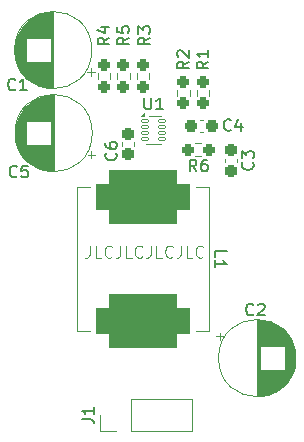
<source format=gto>
G04 #@! TF.GenerationSoftware,KiCad,Pcbnew,8.0.6*
G04 #@! TF.CreationDate,2024-11-13T16:27:34-08:00*
G04 #@! TF.ProjectId,snes_switching_regulator,736e6573-5f73-4776-9974-6368696e675f,A*
G04 #@! TF.SameCoordinates,Original*
G04 #@! TF.FileFunction,Legend,Top*
G04 #@! TF.FilePolarity,Positive*
%FSLAX46Y46*%
G04 Gerber Fmt 4.6, Leading zero omitted, Abs format (unit mm)*
G04 Created by KiCad (PCBNEW 8.0.6) date 2024-11-13 16:27:34*
%MOMM*%
%LPD*%
G01*
G04 APERTURE LIST*
G04 Aperture macros list*
%AMRoundRect*
0 Rectangle with rounded corners*
0 $1 Rounding radius*
0 $2 $3 $4 $5 $6 $7 $8 $9 X,Y pos of 4 corners*
0 Add a 4 corners polygon primitive as box body*
4,1,4,$2,$3,$4,$5,$6,$7,$8,$9,$2,$3,0*
0 Add four circle primitives for the rounded corners*
1,1,$1+$1,$2,$3*
1,1,$1+$1,$4,$5*
1,1,$1+$1,$6,$7*
1,1,$1+$1,$8,$9*
0 Add four rect primitives between the rounded corners*
20,1,$1+$1,$2,$3,$4,$5,0*
20,1,$1+$1,$4,$5,$6,$7,0*
20,1,$1+$1,$6,$7,$8,$9,0*
20,1,$1+$1,$8,$9,$2,$3,0*%
G04 Aperture macros list end*
%ADD10C,0.100000*%
%ADD11C,0.150000*%
%ADD12C,0.120000*%
%ADD13RoundRect,0.237500X0.237500X-0.250000X0.237500X0.250000X-0.237500X0.250000X-0.237500X-0.250000X0*%
%ADD14R,1.600000X1.600000*%
%ADD15C,1.600000*%
%ADD16RoundRect,0.237500X-0.237500X0.300000X-0.237500X-0.300000X0.237500X-0.300000X0.237500X0.300000X0*%
%ADD17RoundRect,1.125000X-2.875000X1.125000X-2.875000X-1.125000X2.875000X-1.125000X2.875000X1.125000X0*%
%ADD18RoundRect,0.237500X-0.250000X-0.237500X0.250000X-0.237500X0.250000X0.237500X-0.250000X0.237500X0*%
%ADD19RoundRect,0.050000X-0.285000X-0.100000X0.285000X-0.100000X0.285000X0.100000X-0.285000X0.100000X0*%
%ADD20RoundRect,0.237500X-0.300000X-0.237500X0.300000X-0.237500X0.300000X0.237500X-0.300000X0.237500X0*%
%ADD21O,1.700000X1.700000*%
%ADD22R,1.700000X1.700000*%
G04 APERTURE END LIST*
D10*
X131272598Y-121046419D02*
X131272598Y-121760704D01*
X131272598Y-121760704D02*
X131224979Y-121903561D01*
X131224979Y-121903561D02*
X131129741Y-121998800D01*
X131129741Y-121998800D02*
X130986884Y-122046419D01*
X130986884Y-122046419D02*
X130891646Y-122046419D01*
X132224979Y-122046419D02*
X131748789Y-122046419D01*
X131748789Y-122046419D02*
X131748789Y-121046419D01*
X133129741Y-121951180D02*
X133082122Y-121998800D01*
X133082122Y-121998800D02*
X132939265Y-122046419D01*
X132939265Y-122046419D02*
X132844027Y-122046419D01*
X132844027Y-122046419D02*
X132701170Y-121998800D01*
X132701170Y-121998800D02*
X132605932Y-121903561D01*
X132605932Y-121903561D02*
X132558313Y-121808323D01*
X132558313Y-121808323D02*
X132510694Y-121617847D01*
X132510694Y-121617847D02*
X132510694Y-121474990D01*
X132510694Y-121474990D02*
X132558313Y-121284514D01*
X132558313Y-121284514D02*
X132605932Y-121189276D01*
X132605932Y-121189276D02*
X132701170Y-121094038D01*
X132701170Y-121094038D02*
X132844027Y-121046419D01*
X132844027Y-121046419D02*
X132939265Y-121046419D01*
X132939265Y-121046419D02*
X133082122Y-121094038D01*
X133082122Y-121094038D02*
X133129741Y-121141657D01*
X133844027Y-121046419D02*
X133844027Y-121760704D01*
X133844027Y-121760704D02*
X133796408Y-121903561D01*
X133796408Y-121903561D02*
X133701170Y-121998800D01*
X133701170Y-121998800D02*
X133558313Y-122046419D01*
X133558313Y-122046419D02*
X133463075Y-122046419D01*
X134796408Y-122046419D02*
X134320218Y-122046419D01*
X134320218Y-122046419D02*
X134320218Y-121046419D01*
X135701170Y-121951180D02*
X135653551Y-121998800D01*
X135653551Y-121998800D02*
X135510694Y-122046419D01*
X135510694Y-122046419D02*
X135415456Y-122046419D01*
X135415456Y-122046419D02*
X135272599Y-121998800D01*
X135272599Y-121998800D02*
X135177361Y-121903561D01*
X135177361Y-121903561D02*
X135129742Y-121808323D01*
X135129742Y-121808323D02*
X135082123Y-121617847D01*
X135082123Y-121617847D02*
X135082123Y-121474990D01*
X135082123Y-121474990D02*
X135129742Y-121284514D01*
X135129742Y-121284514D02*
X135177361Y-121189276D01*
X135177361Y-121189276D02*
X135272599Y-121094038D01*
X135272599Y-121094038D02*
X135415456Y-121046419D01*
X135415456Y-121046419D02*
X135510694Y-121046419D01*
X135510694Y-121046419D02*
X135653551Y-121094038D01*
X135653551Y-121094038D02*
X135701170Y-121141657D01*
X136415456Y-121046419D02*
X136415456Y-121760704D01*
X136415456Y-121760704D02*
X136367837Y-121903561D01*
X136367837Y-121903561D02*
X136272599Y-121998800D01*
X136272599Y-121998800D02*
X136129742Y-122046419D01*
X136129742Y-122046419D02*
X136034504Y-122046419D01*
X137367837Y-122046419D02*
X136891647Y-122046419D01*
X136891647Y-122046419D02*
X136891647Y-121046419D01*
X138272599Y-121951180D02*
X138224980Y-121998800D01*
X138224980Y-121998800D02*
X138082123Y-122046419D01*
X138082123Y-122046419D02*
X137986885Y-122046419D01*
X137986885Y-122046419D02*
X137844028Y-121998800D01*
X137844028Y-121998800D02*
X137748790Y-121903561D01*
X137748790Y-121903561D02*
X137701171Y-121808323D01*
X137701171Y-121808323D02*
X137653552Y-121617847D01*
X137653552Y-121617847D02*
X137653552Y-121474990D01*
X137653552Y-121474990D02*
X137701171Y-121284514D01*
X137701171Y-121284514D02*
X137748790Y-121189276D01*
X137748790Y-121189276D02*
X137844028Y-121094038D01*
X137844028Y-121094038D02*
X137986885Y-121046419D01*
X137986885Y-121046419D02*
X138082123Y-121046419D01*
X138082123Y-121046419D02*
X138224980Y-121094038D01*
X138224980Y-121094038D02*
X138272599Y-121141657D01*
X138986885Y-121046419D02*
X138986885Y-121760704D01*
X138986885Y-121760704D02*
X138939266Y-121903561D01*
X138939266Y-121903561D02*
X138844028Y-121998800D01*
X138844028Y-121998800D02*
X138701171Y-122046419D01*
X138701171Y-122046419D02*
X138605933Y-122046419D01*
X139939266Y-122046419D02*
X139463076Y-122046419D01*
X139463076Y-122046419D02*
X139463076Y-121046419D01*
X140844028Y-121951180D02*
X140796409Y-121998800D01*
X140796409Y-121998800D02*
X140653552Y-122046419D01*
X140653552Y-122046419D02*
X140558314Y-122046419D01*
X140558314Y-122046419D02*
X140415457Y-121998800D01*
X140415457Y-121998800D02*
X140320219Y-121903561D01*
X140320219Y-121903561D02*
X140272600Y-121808323D01*
X140272600Y-121808323D02*
X140224981Y-121617847D01*
X140224981Y-121617847D02*
X140224981Y-121474990D01*
X140224981Y-121474990D02*
X140272600Y-121284514D01*
X140272600Y-121284514D02*
X140320219Y-121189276D01*
X140320219Y-121189276D02*
X140415457Y-121094038D01*
X140415457Y-121094038D02*
X140558314Y-121046419D01*
X140558314Y-121046419D02*
X140653552Y-121046419D01*
X140653552Y-121046419D02*
X140796409Y-121094038D01*
X140796409Y-121094038D02*
X140844028Y-121141657D01*
D11*
X134566819Y-103417666D02*
X134090628Y-103750999D01*
X134566819Y-103989094D02*
X133566819Y-103989094D01*
X133566819Y-103989094D02*
X133566819Y-103608142D01*
X133566819Y-103608142D02*
X133614438Y-103512904D01*
X133614438Y-103512904D02*
X133662057Y-103465285D01*
X133662057Y-103465285D02*
X133757295Y-103417666D01*
X133757295Y-103417666D02*
X133900152Y-103417666D01*
X133900152Y-103417666D02*
X133995390Y-103465285D01*
X133995390Y-103465285D02*
X134043009Y-103512904D01*
X134043009Y-103512904D02*
X134090628Y-103608142D01*
X134090628Y-103608142D02*
X134090628Y-103989094D01*
X133566819Y-102512904D02*
X133566819Y-102989094D01*
X133566819Y-102989094D02*
X134043009Y-103036713D01*
X134043009Y-103036713D02*
X133995390Y-102989094D01*
X133995390Y-102989094D02*
X133947771Y-102893856D01*
X133947771Y-102893856D02*
X133947771Y-102655761D01*
X133947771Y-102655761D02*
X133995390Y-102560523D01*
X133995390Y-102560523D02*
X134043009Y-102512904D01*
X134043009Y-102512904D02*
X134138247Y-102465285D01*
X134138247Y-102465285D02*
X134376342Y-102465285D01*
X134376342Y-102465285D02*
X134471580Y-102512904D01*
X134471580Y-102512904D02*
X134519200Y-102560523D01*
X134519200Y-102560523D02*
X134566819Y-102655761D01*
X134566819Y-102655761D02*
X134566819Y-102893856D01*
X134566819Y-102893856D02*
X134519200Y-102989094D01*
X134519200Y-102989094D02*
X134471580Y-103036713D01*
X124967713Y-107801580D02*
X124920094Y-107849200D01*
X124920094Y-107849200D02*
X124777237Y-107896819D01*
X124777237Y-107896819D02*
X124681999Y-107896819D01*
X124681999Y-107896819D02*
X124539142Y-107849200D01*
X124539142Y-107849200D02*
X124443904Y-107753961D01*
X124443904Y-107753961D02*
X124396285Y-107658723D01*
X124396285Y-107658723D02*
X124348666Y-107468247D01*
X124348666Y-107468247D02*
X124348666Y-107325390D01*
X124348666Y-107325390D02*
X124396285Y-107134914D01*
X124396285Y-107134914D02*
X124443904Y-107039676D01*
X124443904Y-107039676D02*
X124539142Y-106944438D01*
X124539142Y-106944438D02*
X124681999Y-106896819D01*
X124681999Y-106896819D02*
X124777237Y-106896819D01*
X124777237Y-106896819D02*
X124920094Y-106944438D01*
X124920094Y-106944438D02*
X124967713Y-106992057D01*
X125920094Y-107896819D02*
X125348666Y-107896819D01*
X125634380Y-107896819D02*
X125634380Y-106896819D01*
X125634380Y-106896819D02*
X125539142Y-107039676D01*
X125539142Y-107039676D02*
X125443904Y-107134914D01*
X125443904Y-107134914D02*
X125348666Y-107182533D01*
X133455580Y-113196666D02*
X133503200Y-113244285D01*
X133503200Y-113244285D02*
X133550819Y-113387142D01*
X133550819Y-113387142D02*
X133550819Y-113482380D01*
X133550819Y-113482380D02*
X133503200Y-113625237D01*
X133503200Y-113625237D02*
X133407961Y-113720475D01*
X133407961Y-113720475D02*
X133312723Y-113768094D01*
X133312723Y-113768094D02*
X133122247Y-113815713D01*
X133122247Y-113815713D02*
X132979390Y-113815713D01*
X132979390Y-113815713D02*
X132788914Y-113768094D01*
X132788914Y-113768094D02*
X132693676Y-113720475D01*
X132693676Y-113720475D02*
X132598438Y-113625237D01*
X132598438Y-113625237D02*
X132550819Y-113482380D01*
X132550819Y-113482380D02*
X132550819Y-113387142D01*
X132550819Y-113387142D02*
X132598438Y-113244285D01*
X132598438Y-113244285D02*
X132646057Y-113196666D01*
X132550819Y-112339523D02*
X132550819Y-112529999D01*
X132550819Y-112529999D02*
X132598438Y-112625237D01*
X132598438Y-112625237D02*
X132646057Y-112672856D01*
X132646057Y-112672856D02*
X132788914Y-112768094D01*
X132788914Y-112768094D02*
X132979390Y-112815713D01*
X132979390Y-112815713D02*
X133360342Y-112815713D01*
X133360342Y-112815713D02*
X133455580Y-112768094D01*
X133455580Y-112768094D02*
X133503200Y-112720475D01*
X133503200Y-112720475D02*
X133550819Y-112625237D01*
X133550819Y-112625237D02*
X133550819Y-112434761D01*
X133550819Y-112434761D02*
X133503200Y-112339523D01*
X133503200Y-112339523D02*
X133455580Y-112291904D01*
X133455580Y-112291904D02*
X133360342Y-112244285D01*
X133360342Y-112244285D02*
X133122247Y-112244285D01*
X133122247Y-112244285D02*
X133027009Y-112291904D01*
X133027009Y-112291904D02*
X132979390Y-112339523D01*
X132979390Y-112339523D02*
X132931771Y-112434761D01*
X132931771Y-112434761D02*
X132931771Y-112625237D01*
X132931771Y-112625237D02*
X132979390Y-112720475D01*
X132979390Y-112720475D02*
X133027009Y-112768094D01*
X133027009Y-112768094D02*
X133122247Y-112815713D01*
X139646819Y-105449666D02*
X139170628Y-105782999D01*
X139646819Y-106021094D02*
X138646819Y-106021094D01*
X138646819Y-106021094D02*
X138646819Y-105640142D01*
X138646819Y-105640142D02*
X138694438Y-105544904D01*
X138694438Y-105544904D02*
X138742057Y-105497285D01*
X138742057Y-105497285D02*
X138837295Y-105449666D01*
X138837295Y-105449666D02*
X138980152Y-105449666D01*
X138980152Y-105449666D02*
X139075390Y-105497285D01*
X139075390Y-105497285D02*
X139123009Y-105544904D01*
X139123009Y-105544904D02*
X139170628Y-105640142D01*
X139170628Y-105640142D02*
X139170628Y-106021094D01*
X138742057Y-105068713D02*
X138694438Y-105021094D01*
X138694438Y-105021094D02*
X138646819Y-104925856D01*
X138646819Y-104925856D02*
X138646819Y-104687761D01*
X138646819Y-104687761D02*
X138694438Y-104592523D01*
X138694438Y-104592523D02*
X138742057Y-104544904D01*
X138742057Y-104544904D02*
X138837295Y-104497285D01*
X138837295Y-104497285D02*
X138932533Y-104497285D01*
X138932533Y-104497285D02*
X139075390Y-104544904D01*
X139075390Y-104544904D02*
X139646819Y-105116332D01*
X139646819Y-105116332D02*
X139646819Y-104497285D01*
X141858180Y-122007333D02*
X141858180Y-121531143D01*
X141858180Y-121531143D02*
X142858180Y-121531143D01*
X141858180Y-122864476D02*
X141858180Y-122293048D01*
X141858180Y-122578762D02*
X142858180Y-122578762D01*
X142858180Y-122578762D02*
X142715323Y-122483524D01*
X142715323Y-122483524D02*
X142620085Y-122388286D01*
X142620085Y-122388286D02*
X142572466Y-122293048D01*
X141297819Y-105449666D02*
X140821628Y-105782999D01*
X141297819Y-106021094D02*
X140297819Y-106021094D01*
X140297819Y-106021094D02*
X140297819Y-105640142D01*
X140297819Y-105640142D02*
X140345438Y-105544904D01*
X140345438Y-105544904D02*
X140393057Y-105497285D01*
X140393057Y-105497285D02*
X140488295Y-105449666D01*
X140488295Y-105449666D02*
X140631152Y-105449666D01*
X140631152Y-105449666D02*
X140726390Y-105497285D01*
X140726390Y-105497285D02*
X140774009Y-105544904D01*
X140774009Y-105544904D02*
X140821628Y-105640142D01*
X140821628Y-105640142D02*
X140821628Y-106021094D01*
X141297819Y-104497285D02*
X141297819Y-105068713D01*
X141297819Y-104782999D02*
X140297819Y-104782999D01*
X140297819Y-104782999D02*
X140440676Y-104878237D01*
X140440676Y-104878237D02*
X140535914Y-104973475D01*
X140535914Y-104973475D02*
X140583533Y-105068713D01*
X140295333Y-114754819D02*
X139962000Y-114278628D01*
X139723905Y-114754819D02*
X139723905Y-113754819D01*
X139723905Y-113754819D02*
X140104857Y-113754819D01*
X140104857Y-113754819D02*
X140200095Y-113802438D01*
X140200095Y-113802438D02*
X140247714Y-113850057D01*
X140247714Y-113850057D02*
X140295333Y-113945295D01*
X140295333Y-113945295D02*
X140295333Y-114088152D01*
X140295333Y-114088152D02*
X140247714Y-114183390D01*
X140247714Y-114183390D02*
X140200095Y-114231009D01*
X140200095Y-114231009D02*
X140104857Y-114278628D01*
X140104857Y-114278628D02*
X139723905Y-114278628D01*
X141152476Y-113754819D02*
X140962000Y-113754819D01*
X140962000Y-113754819D02*
X140866762Y-113802438D01*
X140866762Y-113802438D02*
X140819143Y-113850057D01*
X140819143Y-113850057D02*
X140723905Y-113992914D01*
X140723905Y-113992914D02*
X140676286Y-114183390D01*
X140676286Y-114183390D02*
X140676286Y-114564342D01*
X140676286Y-114564342D02*
X140723905Y-114659580D01*
X140723905Y-114659580D02*
X140771524Y-114707200D01*
X140771524Y-114707200D02*
X140866762Y-114754819D01*
X140866762Y-114754819D02*
X141057238Y-114754819D01*
X141057238Y-114754819D02*
X141152476Y-114707200D01*
X141152476Y-114707200D02*
X141200095Y-114659580D01*
X141200095Y-114659580D02*
X141247714Y-114564342D01*
X141247714Y-114564342D02*
X141247714Y-114326247D01*
X141247714Y-114326247D02*
X141200095Y-114231009D01*
X141200095Y-114231009D02*
X141152476Y-114183390D01*
X141152476Y-114183390D02*
X141057238Y-114135771D01*
X141057238Y-114135771D02*
X140866762Y-114135771D01*
X140866762Y-114135771D02*
X140771524Y-114183390D01*
X140771524Y-114183390D02*
X140723905Y-114231009D01*
X140723905Y-114231009D02*
X140676286Y-114326247D01*
X136344819Y-103417666D02*
X135868628Y-103750999D01*
X136344819Y-103989094D02*
X135344819Y-103989094D01*
X135344819Y-103989094D02*
X135344819Y-103608142D01*
X135344819Y-103608142D02*
X135392438Y-103512904D01*
X135392438Y-103512904D02*
X135440057Y-103465285D01*
X135440057Y-103465285D02*
X135535295Y-103417666D01*
X135535295Y-103417666D02*
X135678152Y-103417666D01*
X135678152Y-103417666D02*
X135773390Y-103465285D01*
X135773390Y-103465285D02*
X135821009Y-103512904D01*
X135821009Y-103512904D02*
X135868628Y-103608142D01*
X135868628Y-103608142D02*
X135868628Y-103989094D01*
X135344819Y-103084332D02*
X135344819Y-102465285D01*
X135344819Y-102465285D02*
X135725771Y-102798618D01*
X135725771Y-102798618D02*
X135725771Y-102655761D01*
X135725771Y-102655761D02*
X135773390Y-102560523D01*
X135773390Y-102560523D02*
X135821009Y-102512904D01*
X135821009Y-102512904D02*
X135916247Y-102465285D01*
X135916247Y-102465285D02*
X136154342Y-102465285D01*
X136154342Y-102465285D02*
X136249580Y-102512904D01*
X136249580Y-102512904D02*
X136297200Y-102560523D01*
X136297200Y-102560523D02*
X136344819Y-102655761D01*
X136344819Y-102655761D02*
X136344819Y-102941475D01*
X136344819Y-102941475D02*
X136297200Y-103036713D01*
X136297200Y-103036713D02*
X136249580Y-103084332D01*
X135890095Y-108506819D02*
X135890095Y-109316342D01*
X135890095Y-109316342D02*
X135937714Y-109411580D01*
X135937714Y-109411580D02*
X135985333Y-109459200D01*
X135985333Y-109459200D02*
X136080571Y-109506819D01*
X136080571Y-109506819D02*
X136271047Y-109506819D01*
X136271047Y-109506819D02*
X136366285Y-109459200D01*
X136366285Y-109459200D02*
X136413904Y-109411580D01*
X136413904Y-109411580D02*
X136461523Y-109316342D01*
X136461523Y-109316342D02*
X136461523Y-108506819D01*
X137461523Y-109506819D02*
X136890095Y-109506819D01*
X137175809Y-109506819D02*
X137175809Y-108506819D01*
X137175809Y-108506819D02*
X137080571Y-108649676D01*
X137080571Y-108649676D02*
X136985333Y-108744914D01*
X136985333Y-108744914D02*
X136890095Y-108792533D01*
X132915819Y-103417666D02*
X132439628Y-103750999D01*
X132915819Y-103989094D02*
X131915819Y-103989094D01*
X131915819Y-103989094D02*
X131915819Y-103608142D01*
X131915819Y-103608142D02*
X131963438Y-103512904D01*
X131963438Y-103512904D02*
X132011057Y-103465285D01*
X132011057Y-103465285D02*
X132106295Y-103417666D01*
X132106295Y-103417666D02*
X132249152Y-103417666D01*
X132249152Y-103417666D02*
X132344390Y-103465285D01*
X132344390Y-103465285D02*
X132392009Y-103512904D01*
X132392009Y-103512904D02*
X132439628Y-103608142D01*
X132439628Y-103608142D02*
X132439628Y-103989094D01*
X132249152Y-102560523D02*
X132915819Y-102560523D01*
X131868200Y-102798618D02*
X132582485Y-103036713D01*
X132582485Y-103036713D02*
X132582485Y-102417666D01*
X125094713Y-115167580D02*
X125047094Y-115215200D01*
X125047094Y-115215200D02*
X124904237Y-115262819D01*
X124904237Y-115262819D02*
X124808999Y-115262819D01*
X124808999Y-115262819D02*
X124666142Y-115215200D01*
X124666142Y-115215200D02*
X124570904Y-115119961D01*
X124570904Y-115119961D02*
X124523285Y-115024723D01*
X124523285Y-115024723D02*
X124475666Y-114834247D01*
X124475666Y-114834247D02*
X124475666Y-114691390D01*
X124475666Y-114691390D02*
X124523285Y-114500914D01*
X124523285Y-114500914D02*
X124570904Y-114405676D01*
X124570904Y-114405676D02*
X124666142Y-114310438D01*
X124666142Y-114310438D02*
X124808999Y-114262819D01*
X124808999Y-114262819D02*
X124904237Y-114262819D01*
X124904237Y-114262819D02*
X125047094Y-114310438D01*
X125047094Y-114310438D02*
X125094713Y-114358057D01*
X125999475Y-114262819D02*
X125523285Y-114262819D01*
X125523285Y-114262819D02*
X125475666Y-114739009D01*
X125475666Y-114739009D02*
X125523285Y-114691390D01*
X125523285Y-114691390D02*
X125618523Y-114643771D01*
X125618523Y-114643771D02*
X125856618Y-114643771D01*
X125856618Y-114643771D02*
X125951856Y-114691390D01*
X125951856Y-114691390D02*
X125999475Y-114739009D01*
X125999475Y-114739009D02*
X126047094Y-114834247D01*
X126047094Y-114834247D02*
X126047094Y-115072342D01*
X126047094Y-115072342D02*
X125999475Y-115167580D01*
X125999475Y-115167580D02*
X125951856Y-115215200D01*
X125951856Y-115215200D02*
X125856618Y-115262819D01*
X125856618Y-115262819D02*
X125618523Y-115262819D01*
X125618523Y-115262819D02*
X125523285Y-115215200D01*
X125523285Y-115215200D02*
X125475666Y-115167580D01*
X143216333Y-111230580D02*
X143168714Y-111278200D01*
X143168714Y-111278200D02*
X143025857Y-111325819D01*
X143025857Y-111325819D02*
X142930619Y-111325819D01*
X142930619Y-111325819D02*
X142787762Y-111278200D01*
X142787762Y-111278200D02*
X142692524Y-111182961D01*
X142692524Y-111182961D02*
X142644905Y-111087723D01*
X142644905Y-111087723D02*
X142597286Y-110897247D01*
X142597286Y-110897247D02*
X142597286Y-110754390D01*
X142597286Y-110754390D02*
X142644905Y-110563914D01*
X142644905Y-110563914D02*
X142692524Y-110468676D01*
X142692524Y-110468676D02*
X142787762Y-110373438D01*
X142787762Y-110373438D02*
X142930619Y-110325819D01*
X142930619Y-110325819D02*
X143025857Y-110325819D01*
X143025857Y-110325819D02*
X143168714Y-110373438D01*
X143168714Y-110373438D02*
X143216333Y-110421057D01*
X144073476Y-110659152D02*
X144073476Y-111325819D01*
X143835381Y-110278200D02*
X143597286Y-110992485D01*
X143597286Y-110992485D02*
X144216333Y-110992485D01*
X145045580Y-113985166D02*
X145093200Y-114032785D01*
X145093200Y-114032785D02*
X145140819Y-114175642D01*
X145140819Y-114175642D02*
X145140819Y-114270880D01*
X145140819Y-114270880D02*
X145093200Y-114413737D01*
X145093200Y-114413737D02*
X144997961Y-114508975D01*
X144997961Y-114508975D02*
X144902723Y-114556594D01*
X144902723Y-114556594D02*
X144712247Y-114604213D01*
X144712247Y-114604213D02*
X144569390Y-114604213D01*
X144569390Y-114604213D02*
X144378914Y-114556594D01*
X144378914Y-114556594D02*
X144283676Y-114508975D01*
X144283676Y-114508975D02*
X144188438Y-114413737D01*
X144188438Y-114413737D02*
X144140819Y-114270880D01*
X144140819Y-114270880D02*
X144140819Y-114175642D01*
X144140819Y-114175642D02*
X144188438Y-114032785D01*
X144188438Y-114032785D02*
X144236057Y-113985166D01*
X144140819Y-113651832D02*
X144140819Y-113032785D01*
X144140819Y-113032785D02*
X144521771Y-113366118D01*
X144521771Y-113366118D02*
X144521771Y-113223261D01*
X144521771Y-113223261D02*
X144569390Y-113128023D01*
X144569390Y-113128023D02*
X144617009Y-113080404D01*
X144617009Y-113080404D02*
X144712247Y-113032785D01*
X144712247Y-113032785D02*
X144950342Y-113032785D01*
X144950342Y-113032785D02*
X145045580Y-113080404D01*
X145045580Y-113080404D02*
X145093200Y-113128023D01*
X145093200Y-113128023D02*
X145140819Y-113223261D01*
X145140819Y-113223261D02*
X145140819Y-113508975D01*
X145140819Y-113508975D02*
X145093200Y-113604213D01*
X145093200Y-113604213D02*
X145045580Y-113651832D01*
X145121333Y-126851580D02*
X145073714Y-126899200D01*
X145073714Y-126899200D02*
X144930857Y-126946819D01*
X144930857Y-126946819D02*
X144835619Y-126946819D01*
X144835619Y-126946819D02*
X144692762Y-126899200D01*
X144692762Y-126899200D02*
X144597524Y-126803961D01*
X144597524Y-126803961D02*
X144549905Y-126708723D01*
X144549905Y-126708723D02*
X144502286Y-126518247D01*
X144502286Y-126518247D02*
X144502286Y-126375390D01*
X144502286Y-126375390D02*
X144549905Y-126184914D01*
X144549905Y-126184914D02*
X144597524Y-126089676D01*
X144597524Y-126089676D02*
X144692762Y-125994438D01*
X144692762Y-125994438D02*
X144835619Y-125946819D01*
X144835619Y-125946819D02*
X144930857Y-125946819D01*
X144930857Y-125946819D02*
X145073714Y-125994438D01*
X145073714Y-125994438D02*
X145121333Y-126042057D01*
X145502286Y-126042057D02*
X145549905Y-125994438D01*
X145549905Y-125994438D02*
X145645143Y-125946819D01*
X145645143Y-125946819D02*
X145883238Y-125946819D01*
X145883238Y-125946819D02*
X145978476Y-125994438D01*
X145978476Y-125994438D02*
X146026095Y-126042057D01*
X146026095Y-126042057D02*
X146073714Y-126137295D01*
X146073714Y-126137295D02*
X146073714Y-126232533D01*
X146073714Y-126232533D02*
X146026095Y-126375390D01*
X146026095Y-126375390D02*
X145454667Y-126946819D01*
X145454667Y-126946819D02*
X146073714Y-126946819D01*
X130601819Y-135715333D02*
X131316104Y-135715333D01*
X131316104Y-135715333D02*
X131458961Y-135762952D01*
X131458961Y-135762952D02*
X131554200Y-135858190D01*
X131554200Y-135858190D02*
X131601819Y-136001047D01*
X131601819Y-136001047D02*
X131601819Y-136096285D01*
X131601819Y-134715333D02*
X131601819Y-135286761D01*
X131601819Y-135001047D02*
X130601819Y-135001047D01*
X130601819Y-135001047D02*
X130744676Y-135096285D01*
X130744676Y-135096285D02*
X130839914Y-135191523D01*
X130839914Y-135191523D02*
X130887533Y-135286761D01*
D12*
X134634500Y-106911224D02*
X134634500Y-106401776D01*
X133589500Y-106911224D02*
X133589500Y-106401776D01*
X124921380Y-104883000D02*
X124921380Y-104079000D01*
X124961380Y-105114000D02*
X124961380Y-103848000D01*
X125001380Y-105283000D02*
X125001380Y-103679000D01*
X125041380Y-105421000D02*
X125041380Y-103541000D01*
X125081380Y-105540000D02*
X125081380Y-103422000D01*
X125121380Y-105646000D02*
X125121380Y-103316000D01*
X125161380Y-105743000D02*
X125161380Y-103219000D01*
X125201380Y-105831000D02*
X125201380Y-103131000D01*
X125241380Y-105913000D02*
X125241380Y-103049000D01*
X125281380Y-105990000D02*
X125281380Y-102972000D01*
X125321380Y-106062000D02*
X125321380Y-102900000D01*
X125361380Y-106131000D02*
X125361380Y-102831000D01*
X125401380Y-106195000D02*
X125401380Y-102767000D01*
X125441380Y-106257000D02*
X125441380Y-102705000D01*
X125481380Y-106315000D02*
X125481380Y-102647000D01*
X125521380Y-106371000D02*
X125521380Y-102591000D01*
X125561380Y-106425000D02*
X125561380Y-102537000D01*
X125601380Y-106476000D02*
X125601380Y-102486000D01*
X125641380Y-106525000D02*
X125641380Y-102437000D01*
X125681380Y-106573000D02*
X125681380Y-102389000D01*
X125721380Y-106618000D02*
X125721380Y-102344000D01*
X125761380Y-106663000D02*
X125761380Y-102299000D01*
X125801380Y-106705000D02*
X125801380Y-102257000D01*
X125841380Y-106746000D02*
X125841380Y-102216000D01*
X125881380Y-103441000D02*
X125881380Y-102176000D01*
X125881380Y-106786000D02*
X125881380Y-105521000D01*
X125921380Y-103441000D02*
X125921380Y-102138000D01*
X125921380Y-106824000D02*
X125921380Y-105521000D01*
X125961380Y-103441000D02*
X125961380Y-102101000D01*
X125961380Y-106861000D02*
X125961380Y-105521000D01*
X126001380Y-103441000D02*
X126001380Y-102065000D01*
X126001380Y-106897000D02*
X126001380Y-105521000D01*
X126041380Y-103441000D02*
X126041380Y-102031000D01*
X126041380Y-106931000D02*
X126041380Y-105521000D01*
X126081380Y-103441000D02*
X126081380Y-101997000D01*
X126081380Y-106965000D02*
X126081380Y-105521000D01*
X126121380Y-103441000D02*
X126121380Y-101965000D01*
X126121380Y-106997000D02*
X126121380Y-105521000D01*
X126161380Y-103441000D02*
X126161380Y-101933000D01*
X126161380Y-107029000D02*
X126161380Y-105521000D01*
X126201380Y-103441000D02*
X126201380Y-101903000D01*
X126201380Y-107059000D02*
X126201380Y-105521000D01*
X126241380Y-103441000D02*
X126241380Y-101874000D01*
X126241380Y-107088000D02*
X126241380Y-105521000D01*
X126281380Y-103441000D02*
X126281380Y-101845000D01*
X126281380Y-107117000D02*
X126281380Y-105521000D01*
X126321380Y-103441000D02*
X126321380Y-101817000D01*
X126321380Y-107145000D02*
X126321380Y-105521000D01*
X126361380Y-103441000D02*
X126361380Y-101791000D01*
X126361380Y-107171000D02*
X126361380Y-105521000D01*
X126401380Y-103441000D02*
X126401380Y-101765000D01*
X126401380Y-107197000D02*
X126401380Y-105521000D01*
X126441380Y-103441000D02*
X126441380Y-101739000D01*
X126441380Y-107223000D02*
X126441380Y-105521000D01*
X126481380Y-103441000D02*
X126481380Y-101715000D01*
X126481380Y-107247000D02*
X126481380Y-105521000D01*
X126521380Y-103441000D02*
X126521380Y-101691000D01*
X126521380Y-107271000D02*
X126521380Y-105521000D01*
X126561380Y-103441000D02*
X126561380Y-101669000D01*
X126561380Y-107293000D02*
X126561380Y-105521000D01*
X126601380Y-103441000D02*
X126601380Y-101647000D01*
X126601380Y-107315000D02*
X126601380Y-105521000D01*
X126641380Y-103441000D02*
X126641380Y-101625000D01*
X126641380Y-107337000D02*
X126641380Y-105521000D01*
X126681380Y-103441000D02*
X126681380Y-101605000D01*
X126681380Y-107357000D02*
X126681380Y-105521000D01*
X126721380Y-103441000D02*
X126721380Y-101585000D01*
X126721380Y-107377000D02*
X126721380Y-105521000D01*
X126761380Y-103441000D02*
X126761380Y-101565000D01*
X126761380Y-107397000D02*
X126761380Y-105521000D01*
X126801380Y-103441000D02*
X126801380Y-101547000D01*
X126801380Y-107415000D02*
X126801380Y-105521000D01*
X126841380Y-103441000D02*
X126841380Y-101529000D01*
X126841380Y-107433000D02*
X126841380Y-105521000D01*
X126881380Y-103441000D02*
X126881380Y-101511000D01*
X126881380Y-107451000D02*
X126881380Y-105521000D01*
X126921380Y-103441000D02*
X126921380Y-101495000D01*
X126921380Y-107467000D02*
X126921380Y-105521000D01*
X126961380Y-103441000D02*
X126961380Y-101479000D01*
X126961380Y-107483000D02*
X126961380Y-105521000D01*
X127001380Y-103441000D02*
X127001380Y-101463000D01*
X127001380Y-107499000D02*
X127001380Y-105521000D01*
X127041380Y-103441000D02*
X127041380Y-101448000D01*
X127041380Y-107514000D02*
X127041380Y-105521000D01*
X127081380Y-103441000D02*
X127081380Y-101434000D01*
X127081380Y-107528000D02*
X127081380Y-105521000D01*
X127121380Y-103441000D02*
X127121380Y-101420000D01*
X127121380Y-107542000D02*
X127121380Y-105521000D01*
X127161380Y-103441000D02*
X127161380Y-101407000D01*
X127161380Y-107555000D02*
X127161380Y-105521000D01*
X127201380Y-103441000D02*
X127201380Y-101395000D01*
X127201380Y-107567000D02*
X127201380Y-105521000D01*
X127241380Y-103441000D02*
X127241380Y-101383000D01*
X127241380Y-107579000D02*
X127241380Y-105521000D01*
X127281380Y-103441000D02*
X127281380Y-101371000D01*
X127281380Y-107591000D02*
X127281380Y-105521000D01*
X127321380Y-103441000D02*
X127321380Y-101360000D01*
X127321380Y-107602000D02*
X127321380Y-105521000D01*
X127361380Y-103441000D02*
X127361380Y-101350000D01*
X127361380Y-107612000D02*
X127361380Y-105521000D01*
X127401380Y-103441000D02*
X127401380Y-101340000D01*
X127401380Y-107622000D02*
X127401380Y-105521000D01*
X127441380Y-103441000D02*
X127441380Y-101331000D01*
X127441380Y-107631000D02*
X127441380Y-105521000D01*
X127482380Y-103441000D02*
X127482380Y-101322000D01*
X127482380Y-107640000D02*
X127482380Y-105521000D01*
X127522380Y-103441000D02*
X127522380Y-101314000D01*
X127522380Y-107648000D02*
X127522380Y-105521000D01*
X127562380Y-103441000D02*
X127562380Y-101306000D01*
X127562380Y-107656000D02*
X127562380Y-105521000D01*
X127602380Y-103441000D02*
X127602380Y-101299000D01*
X127602380Y-107663000D02*
X127602380Y-105521000D01*
X127642380Y-103441000D02*
X127642380Y-101292000D01*
X127642380Y-107670000D02*
X127642380Y-105521000D01*
X127682380Y-103441000D02*
X127682380Y-101286000D01*
X127682380Y-107676000D02*
X127682380Y-105521000D01*
X127722380Y-103441000D02*
X127722380Y-101280000D01*
X127722380Y-107682000D02*
X127722380Y-105521000D01*
X127762380Y-103441000D02*
X127762380Y-101275000D01*
X127762380Y-107687000D02*
X127762380Y-105521000D01*
X127802380Y-103441000D02*
X127802380Y-101270000D01*
X127802380Y-107692000D02*
X127802380Y-105521000D01*
X127842380Y-103441000D02*
X127842380Y-101266000D01*
X127842380Y-107696000D02*
X127842380Y-105521000D01*
X127882380Y-103441000D02*
X127882380Y-101263000D01*
X127882380Y-107699000D02*
X127882380Y-105521000D01*
X127922380Y-103441000D02*
X127922380Y-101259000D01*
X127922380Y-107703000D02*
X127922380Y-105521000D01*
X127962380Y-107705000D02*
X127962380Y-101257000D01*
X128002380Y-107708000D02*
X128002380Y-101254000D01*
X128042380Y-107709000D02*
X128042380Y-101253000D01*
X128082380Y-107711000D02*
X128082380Y-101251000D01*
X128122380Y-107711000D02*
X128122380Y-101251000D01*
X128162380Y-107711000D02*
X128162380Y-101251000D01*
X131347621Y-106635000D02*
X131347621Y-106005000D01*
X131662621Y-106320000D02*
X131032621Y-106320000D01*
X131432380Y-104481000D02*
G75*
G02*
X124892380Y-104481000I-3270000J0D01*
G01*
X124892380Y-104481000D02*
G75*
G02*
X131432380Y-104481000I3270000J0D01*
G01*
X135003000Y-112275233D02*
X135003000Y-112567767D01*
X133983000Y-112275233D02*
X133983000Y-112567767D01*
X139714500Y-108331724D02*
X139714500Y-107822276D01*
X138669500Y-108331724D02*
X138669500Y-107822276D01*
X130143000Y-116054000D02*
X130143000Y-128294000D01*
X130143000Y-116054000D02*
X131263000Y-116054000D01*
X130143000Y-128294000D02*
X131263000Y-128294000D01*
X141383000Y-116054000D02*
X140263000Y-116054000D01*
X141383000Y-116054000D02*
X141383000Y-128294000D01*
X141383000Y-128294000D02*
X140273000Y-128294000D01*
X141365500Y-108331724D02*
X141365500Y-107822276D01*
X140320500Y-108331724D02*
X140320500Y-107822276D01*
X140207276Y-113425500D02*
X140716724Y-113425500D01*
X140207276Y-112380500D02*
X140716724Y-112380500D01*
X136285500Y-106911224D02*
X136285500Y-106401776D01*
X135240500Y-106911224D02*
X135240500Y-106401776D01*
X135892000Y-110092000D02*
X135612000Y-110092000D01*
X135892000Y-109812000D01*
X135892000Y-110092000D01*
G36*
X135892000Y-110092000D02*
G01*
X135612000Y-110092000D01*
X135892000Y-109812000D01*
X135892000Y-110092000D01*
G37*
X137302000Y-112412000D02*
X136002000Y-112412000D01*
X137302000Y-110092000D02*
X136252000Y-110092000D01*
X132983500Y-106911224D02*
X132983500Y-106401776D01*
X131938500Y-106911224D02*
X131938500Y-106401776D01*
X124961380Y-111908000D02*
X124961380Y-111104000D01*
X125001380Y-112139000D02*
X125001380Y-110873000D01*
X125041380Y-112308000D02*
X125041380Y-110704000D01*
X125081380Y-112446000D02*
X125081380Y-110566000D01*
X125121380Y-112565000D02*
X125121380Y-110447000D01*
X125161380Y-112671000D02*
X125161380Y-110341000D01*
X125201380Y-112768000D02*
X125201380Y-110244000D01*
X125241380Y-112856000D02*
X125241380Y-110156000D01*
X125281380Y-112938000D02*
X125281380Y-110074000D01*
X125321380Y-113015000D02*
X125321380Y-109997000D01*
X125361380Y-113087000D02*
X125361380Y-109925000D01*
X125401380Y-113156000D02*
X125401380Y-109856000D01*
X125441380Y-113220000D02*
X125441380Y-109792000D01*
X125481380Y-113282000D02*
X125481380Y-109730000D01*
X125521380Y-113340000D02*
X125521380Y-109672000D01*
X125561380Y-113396000D02*
X125561380Y-109616000D01*
X125601380Y-113450000D02*
X125601380Y-109562000D01*
X125641380Y-113501000D02*
X125641380Y-109511000D01*
X125681380Y-113550000D02*
X125681380Y-109462000D01*
X125721380Y-113598000D02*
X125721380Y-109414000D01*
X125761380Y-113643000D02*
X125761380Y-109369000D01*
X125801380Y-113688000D02*
X125801380Y-109324000D01*
X125841380Y-113730000D02*
X125841380Y-109282000D01*
X125881380Y-113771000D02*
X125881380Y-109241000D01*
X125921380Y-110466000D02*
X125921380Y-109201000D01*
X125921380Y-113811000D02*
X125921380Y-112546000D01*
X125961380Y-110466000D02*
X125961380Y-109163000D01*
X125961380Y-113849000D02*
X125961380Y-112546000D01*
X126001380Y-110466000D02*
X126001380Y-109126000D01*
X126001380Y-113886000D02*
X126001380Y-112546000D01*
X126041380Y-110466000D02*
X126041380Y-109090000D01*
X126041380Y-113922000D02*
X126041380Y-112546000D01*
X126081380Y-110466000D02*
X126081380Y-109056000D01*
X126081380Y-113956000D02*
X126081380Y-112546000D01*
X126121380Y-110466000D02*
X126121380Y-109022000D01*
X126121380Y-113990000D02*
X126121380Y-112546000D01*
X126161380Y-110466000D02*
X126161380Y-108990000D01*
X126161380Y-114022000D02*
X126161380Y-112546000D01*
X126201380Y-110466000D02*
X126201380Y-108958000D01*
X126201380Y-114054000D02*
X126201380Y-112546000D01*
X126241380Y-110466000D02*
X126241380Y-108928000D01*
X126241380Y-114084000D02*
X126241380Y-112546000D01*
X126281380Y-110466000D02*
X126281380Y-108899000D01*
X126281380Y-114113000D02*
X126281380Y-112546000D01*
X126321380Y-110466000D02*
X126321380Y-108870000D01*
X126321380Y-114142000D02*
X126321380Y-112546000D01*
X126361380Y-110466000D02*
X126361380Y-108842000D01*
X126361380Y-114170000D02*
X126361380Y-112546000D01*
X126401380Y-110466000D02*
X126401380Y-108816000D01*
X126401380Y-114196000D02*
X126401380Y-112546000D01*
X126441380Y-110466000D02*
X126441380Y-108790000D01*
X126441380Y-114222000D02*
X126441380Y-112546000D01*
X126481380Y-110466000D02*
X126481380Y-108764000D01*
X126481380Y-114248000D02*
X126481380Y-112546000D01*
X126521380Y-110466000D02*
X126521380Y-108740000D01*
X126521380Y-114272000D02*
X126521380Y-112546000D01*
X126561380Y-110466000D02*
X126561380Y-108716000D01*
X126561380Y-114296000D02*
X126561380Y-112546000D01*
X126601380Y-110466000D02*
X126601380Y-108694000D01*
X126601380Y-114318000D02*
X126601380Y-112546000D01*
X126641380Y-110466000D02*
X126641380Y-108672000D01*
X126641380Y-114340000D02*
X126641380Y-112546000D01*
X126681380Y-110466000D02*
X126681380Y-108650000D01*
X126681380Y-114362000D02*
X126681380Y-112546000D01*
X126721380Y-110466000D02*
X126721380Y-108630000D01*
X126721380Y-114382000D02*
X126721380Y-112546000D01*
X126761380Y-110466000D02*
X126761380Y-108610000D01*
X126761380Y-114402000D02*
X126761380Y-112546000D01*
X126801380Y-110466000D02*
X126801380Y-108590000D01*
X126801380Y-114422000D02*
X126801380Y-112546000D01*
X126841380Y-110466000D02*
X126841380Y-108572000D01*
X126841380Y-114440000D02*
X126841380Y-112546000D01*
X126881380Y-110466000D02*
X126881380Y-108554000D01*
X126881380Y-114458000D02*
X126881380Y-112546000D01*
X126921380Y-110466000D02*
X126921380Y-108536000D01*
X126921380Y-114476000D02*
X126921380Y-112546000D01*
X126961380Y-110466000D02*
X126961380Y-108520000D01*
X126961380Y-114492000D02*
X126961380Y-112546000D01*
X127001380Y-110466000D02*
X127001380Y-108504000D01*
X127001380Y-114508000D02*
X127001380Y-112546000D01*
X127041380Y-110466000D02*
X127041380Y-108488000D01*
X127041380Y-114524000D02*
X127041380Y-112546000D01*
X127081380Y-110466000D02*
X127081380Y-108473000D01*
X127081380Y-114539000D02*
X127081380Y-112546000D01*
X127121380Y-110466000D02*
X127121380Y-108459000D01*
X127121380Y-114553000D02*
X127121380Y-112546000D01*
X127161380Y-110466000D02*
X127161380Y-108445000D01*
X127161380Y-114567000D02*
X127161380Y-112546000D01*
X127201380Y-110466000D02*
X127201380Y-108432000D01*
X127201380Y-114580000D02*
X127201380Y-112546000D01*
X127241380Y-110466000D02*
X127241380Y-108420000D01*
X127241380Y-114592000D02*
X127241380Y-112546000D01*
X127281380Y-110466000D02*
X127281380Y-108408000D01*
X127281380Y-114604000D02*
X127281380Y-112546000D01*
X127321380Y-110466000D02*
X127321380Y-108396000D01*
X127321380Y-114616000D02*
X127321380Y-112546000D01*
X127361380Y-110466000D02*
X127361380Y-108385000D01*
X127361380Y-114627000D02*
X127361380Y-112546000D01*
X127401380Y-110466000D02*
X127401380Y-108375000D01*
X127401380Y-114637000D02*
X127401380Y-112546000D01*
X127441380Y-110466000D02*
X127441380Y-108365000D01*
X127441380Y-114647000D02*
X127441380Y-112546000D01*
X127481380Y-110466000D02*
X127481380Y-108356000D01*
X127481380Y-114656000D02*
X127481380Y-112546000D01*
X127522380Y-110466000D02*
X127522380Y-108347000D01*
X127522380Y-114665000D02*
X127522380Y-112546000D01*
X127562380Y-110466000D02*
X127562380Y-108339000D01*
X127562380Y-114673000D02*
X127562380Y-112546000D01*
X127602380Y-110466000D02*
X127602380Y-108331000D01*
X127602380Y-114681000D02*
X127602380Y-112546000D01*
X127642380Y-110466000D02*
X127642380Y-108324000D01*
X127642380Y-114688000D02*
X127642380Y-112546000D01*
X127682380Y-110466000D02*
X127682380Y-108317000D01*
X127682380Y-114695000D02*
X127682380Y-112546000D01*
X127722380Y-110466000D02*
X127722380Y-108311000D01*
X127722380Y-114701000D02*
X127722380Y-112546000D01*
X127762380Y-110466000D02*
X127762380Y-108305000D01*
X127762380Y-114707000D02*
X127762380Y-112546000D01*
X127802380Y-110466000D02*
X127802380Y-108300000D01*
X127802380Y-114712000D02*
X127802380Y-112546000D01*
X127842380Y-110466000D02*
X127842380Y-108295000D01*
X127842380Y-114717000D02*
X127842380Y-112546000D01*
X127882380Y-110466000D02*
X127882380Y-108291000D01*
X127882380Y-114721000D02*
X127882380Y-112546000D01*
X127922380Y-110466000D02*
X127922380Y-108288000D01*
X127922380Y-114724000D02*
X127922380Y-112546000D01*
X127962380Y-110466000D02*
X127962380Y-108284000D01*
X127962380Y-114728000D02*
X127962380Y-112546000D01*
X128002380Y-114730000D02*
X128002380Y-108282000D01*
X128042380Y-114733000D02*
X128042380Y-108279000D01*
X128082380Y-114734000D02*
X128082380Y-108278000D01*
X128122380Y-114736000D02*
X128122380Y-108276000D01*
X128162380Y-114736000D02*
X128162380Y-108276000D01*
X128202380Y-114736000D02*
X128202380Y-108276000D01*
X131387621Y-113660000D02*
X131387621Y-113030000D01*
X131702621Y-113345000D02*
X131072621Y-113345000D01*
X131472380Y-111506000D02*
G75*
G02*
X124932380Y-111506000I-3270000J0D01*
G01*
X124932380Y-111506000D02*
G75*
G02*
X131472380Y-111506000I3270000J0D01*
G01*
X140569733Y-111381000D02*
X140862267Y-111381000D01*
X140569733Y-110361000D02*
X140862267Y-110361000D01*
X143766000Y-113672233D02*
X143766000Y-113964767D01*
X142746000Y-113672233D02*
X142746000Y-113964767D01*
X145675000Y-131596000D02*
X145675000Y-133778000D01*
X145715000Y-131596000D02*
X145715000Y-133774000D01*
X145755000Y-131596000D02*
X145755000Y-133771000D01*
X145795000Y-131596000D02*
X145795000Y-133767000D01*
X145835000Y-131596000D02*
X145835000Y-133762000D01*
X145875000Y-131596000D02*
X145875000Y-133757000D01*
X145915000Y-131596000D02*
X145915000Y-133751000D01*
X145955000Y-131596000D02*
X145955000Y-133745000D01*
X145995000Y-131596000D02*
X145995000Y-133738000D01*
X146035000Y-131596000D02*
X146035000Y-133731000D01*
X146075000Y-131596000D02*
X146075000Y-133723000D01*
X146115000Y-131596000D02*
X146115000Y-133715000D01*
X146156000Y-131596000D02*
X146156000Y-133706000D01*
X146196000Y-131596000D02*
X146196000Y-133697000D01*
X146236000Y-131596000D02*
X146236000Y-133687000D01*
X146276000Y-131596000D02*
X146276000Y-133677000D01*
X146316000Y-131596000D02*
X146316000Y-133666000D01*
X146356000Y-131596000D02*
X146356000Y-133654000D01*
X146396000Y-131596000D02*
X146396000Y-133642000D01*
X146436000Y-131596000D02*
X146436000Y-133630000D01*
X146476000Y-131596000D02*
X146476000Y-133617000D01*
X146516000Y-131596000D02*
X146516000Y-133603000D01*
X146556000Y-131596000D02*
X146556000Y-133589000D01*
X146596000Y-131596000D02*
X146596000Y-133574000D01*
X146636000Y-131596000D02*
X146636000Y-133558000D01*
X146676000Y-131596000D02*
X146676000Y-133542000D01*
X146716000Y-131596000D02*
X146716000Y-133526000D01*
X146756000Y-131596000D02*
X146756000Y-133508000D01*
X146796000Y-131596000D02*
X146796000Y-133490000D01*
X146836000Y-131596000D02*
X146836000Y-133472000D01*
X146876000Y-131596000D02*
X146876000Y-133452000D01*
X146916000Y-131596000D02*
X146916000Y-133432000D01*
X146956000Y-131596000D02*
X146956000Y-133412000D01*
X146996000Y-131596000D02*
X146996000Y-133390000D01*
X147036000Y-131596000D02*
X147036000Y-133368000D01*
X147076000Y-131596000D02*
X147076000Y-133346000D01*
X147116000Y-131596000D02*
X147116000Y-133322000D01*
X147156000Y-131596000D02*
X147156000Y-133298000D01*
X147196000Y-131596000D02*
X147196000Y-133272000D01*
X147236000Y-131596000D02*
X147236000Y-133246000D01*
X147276000Y-131596000D02*
X147276000Y-133220000D01*
X147316000Y-131596000D02*
X147316000Y-133192000D01*
X147356000Y-131596000D02*
X147356000Y-133163000D01*
X147396000Y-131596000D02*
X147396000Y-133134000D01*
X147436000Y-131596000D02*
X147436000Y-133104000D01*
X147476000Y-131596000D02*
X147476000Y-133072000D01*
X147516000Y-131596000D02*
X147516000Y-133040000D01*
X147556000Y-131596000D02*
X147556000Y-133006000D01*
X147596000Y-131596000D02*
X147596000Y-132972000D01*
X147636000Y-131596000D02*
X147636000Y-132936000D01*
X147676000Y-131596000D02*
X147676000Y-132899000D01*
X147716000Y-131596000D02*
X147716000Y-132861000D01*
X148676000Y-130154000D02*
X148676000Y-130958000D01*
X148636000Y-129923000D02*
X148636000Y-131189000D01*
X148596000Y-129754000D02*
X148596000Y-131358000D01*
X148556000Y-129616000D02*
X148556000Y-131496000D01*
X148516000Y-129497000D02*
X148516000Y-131615000D01*
X148476000Y-129391000D02*
X148476000Y-131721000D01*
X148436000Y-129294000D02*
X148436000Y-131818000D01*
X148396000Y-129206000D02*
X148396000Y-131906000D01*
X148356000Y-129124000D02*
X148356000Y-131988000D01*
X148316000Y-129047000D02*
X148316000Y-132065000D01*
X148276000Y-128975000D02*
X148276000Y-132137000D01*
X148236000Y-128906000D02*
X148236000Y-132206000D01*
X148196000Y-128842000D02*
X148196000Y-132270000D01*
X148156000Y-128780000D02*
X148156000Y-132332000D01*
X148116000Y-128722000D02*
X148116000Y-132390000D01*
X141934759Y-128717000D02*
X142564759Y-128717000D01*
X148076000Y-128666000D02*
X148076000Y-132446000D01*
X148036000Y-128612000D02*
X148036000Y-132500000D01*
X147996000Y-128561000D02*
X147996000Y-132551000D01*
X147956000Y-128512000D02*
X147956000Y-132600000D01*
X147916000Y-128464000D02*
X147916000Y-132648000D01*
X147876000Y-128419000D02*
X147876000Y-132693000D01*
X142249759Y-128402000D02*
X142249759Y-129032000D01*
X147836000Y-128374000D02*
X147836000Y-132738000D01*
X147796000Y-128332000D02*
X147796000Y-132780000D01*
X147756000Y-128291000D02*
X147756000Y-132821000D01*
X147716000Y-128251000D02*
X147716000Y-129516000D01*
X147676000Y-128213000D02*
X147676000Y-129516000D01*
X147636000Y-128176000D02*
X147636000Y-129516000D01*
X147596000Y-128140000D02*
X147596000Y-129516000D01*
X147556000Y-128106000D02*
X147556000Y-129516000D01*
X147516000Y-128072000D02*
X147516000Y-129516000D01*
X147476000Y-128040000D02*
X147476000Y-129516000D01*
X147436000Y-128008000D02*
X147436000Y-129516000D01*
X147396000Y-127978000D02*
X147396000Y-129516000D01*
X147356000Y-127949000D02*
X147356000Y-129516000D01*
X147316000Y-127920000D02*
X147316000Y-129516000D01*
X147276000Y-127892000D02*
X147276000Y-129516000D01*
X147236000Y-127866000D02*
X147236000Y-129516000D01*
X147196000Y-127840000D02*
X147196000Y-129516000D01*
X147156000Y-127814000D02*
X147156000Y-129516000D01*
X147116000Y-127790000D02*
X147116000Y-129516000D01*
X147076000Y-127766000D02*
X147076000Y-129516000D01*
X147036000Y-127744000D02*
X147036000Y-129516000D01*
X146996000Y-127722000D02*
X146996000Y-129516000D01*
X146956000Y-127700000D02*
X146956000Y-129516000D01*
X146916000Y-127680000D02*
X146916000Y-129516000D01*
X146876000Y-127660000D02*
X146876000Y-129516000D01*
X146836000Y-127640000D02*
X146836000Y-129516000D01*
X146796000Y-127622000D02*
X146796000Y-129516000D01*
X146756000Y-127604000D02*
X146756000Y-129516000D01*
X146716000Y-127586000D02*
X146716000Y-129516000D01*
X146676000Y-127570000D02*
X146676000Y-129516000D01*
X146636000Y-127554000D02*
X146636000Y-129516000D01*
X146596000Y-127538000D02*
X146596000Y-129516000D01*
X146556000Y-127523000D02*
X146556000Y-129516000D01*
X146516000Y-127509000D02*
X146516000Y-129516000D01*
X146476000Y-127495000D02*
X146476000Y-129516000D01*
X146436000Y-127482000D02*
X146436000Y-129516000D01*
X146396000Y-127470000D02*
X146396000Y-129516000D01*
X146356000Y-127458000D02*
X146356000Y-129516000D01*
X146316000Y-127446000D02*
X146316000Y-129516000D01*
X146276000Y-127435000D02*
X146276000Y-129516000D01*
X146236000Y-127425000D02*
X146236000Y-129516000D01*
X146196000Y-127415000D02*
X146196000Y-129516000D01*
X146156000Y-127406000D02*
X146156000Y-129516000D01*
X146115000Y-127397000D02*
X146115000Y-129516000D01*
X146075000Y-127389000D02*
X146075000Y-129516000D01*
X146035000Y-127381000D02*
X146035000Y-129516000D01*
X145995000Y-127374000D02*
X145995000Y-129516000D01*
X145955000Y-127367000D02*
X145955000Y-129516000D01*
X145915000Y-127361000D02*
X145915000Y-129516000D01*
X145875000Y-127355000D02*
X145875000Y-129516000D01*
X145835000Y-127350000D02*
X145835000Y-129516000D01*
X145795000Y-127345000D02*
X145795000Y-129516000D01*
X145755000Y-127341000D02*
X145755000Y-129516000D01*
X145715000Y-127338000D02*
X145715000Y-129516000D01*
X145675000Y-127334000D02*
X145675000Y-129516000D01*
X145635000Y-127332000D02*
X145635000Y-133780000D01*
X145595000Y-127329000D02*
X145595000Y-133783000D01*
X145555000Y-127328000D02*
X145555000Y-133784000D01*
X145435000Y-127326000D02*
X145435000Y-133786000D01*
X145475000Y-127326000D02*
X145475000Y-133786000D01*
X145515000Y-127326000D02*
X145515000Y-133786000D01*
X148705000Y-130556000D02*
G75*
G02*
X142165000Y-130556000I-3270000J0D01*
G01*
X142165000Y-130556000D02*
G75*
G02*
X148705000Y-130556000I3270000J0D01*
G01*
X139887000Y-136712000D02*
X139887000Y-134052000D01*
X134747000Y-136712000D02*
X139887000Y-136712000D01*
X134747000Y-136712000D02*
X134747000Y-134052000D01*
X134747000Y-134052000D02*
X139887000Y-134052000D01*
X133477000Y-136712000D02*
X132147000Y-136712000D01*
X132147000Y-136712000D02*
X132147000Y-135382000D01*
%LPC*%
D13*
X134112000Y-105744000D03*
X134112000Y-107569000D03*
D14*
X129412380Y-104481000D03*
D15*
X126912380Y-104481000D03*
D16*
X134493000Y-113284000D03*
X134493000Y-111559000D03*
D13*
X139192000Y-107164500D03*
X139192000Y-108989500D03*
D17*
X135763000Y-116924000D03*
X135763000Y-127424000D03*
D13*
X140843000Y-107164500D03*
X140843000Y-108989500D03*
D18*
X141374500Y-112903000D03*
X139549500Y-112903000D03*
D13*
X135763000Y-105744000D03*
X135763000Y-107569000D03*
D19*
X137392000Y-110502000D03*
X137392000Y-111002000D03*
X137392000Y-111502000D03*
X137392000Y-112002000D03*
X135912000Y-112002000D03*
X135912000Y-111502000D03*
X135912000Y-111002000D03*
X135912000Y-110502000D03*
D13*
X132461000Y-105744000D03*
X132461000Y-107569000D03*
D14*
X129452380Y-111506000D03*
D15*
X126952380Y-111506000D03*
D20*
X141578500Y-110871000D03*
X139853500Y-110871000D03*
D16*
X143256000Y-114681000D03*
X143256000Y-112956000D03*
D14*
X144185000Y-130556000D03*
D15*
X146685000Y-130556000D03*
D21*
X138557000Y-135382000D03*
X136017000Y-135382000D03*
D22*
X133477000Y-135382000D03*
%LPD*%
M02*

</source>
